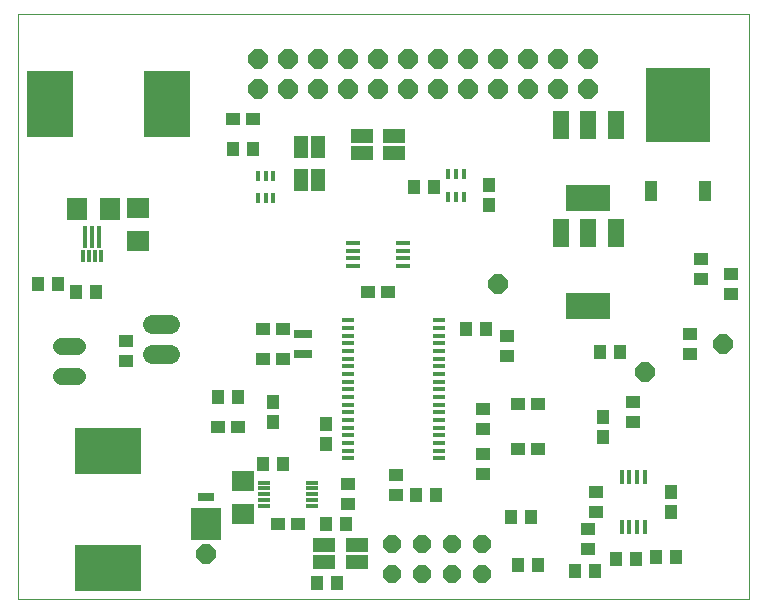
<source format=gts>
G75*
%MOIN*%
%OFA0B0*%
%FSLAX24Y24*%
%IPPOS*%
%LPD*%
%AMOC8*
5,1,8,0,0,1.08239X$1,22.5*
%
%ADD10C,0.0000*%
%ADD11R,0.0473X0.0434*%
%ADD12R,0.0434X0.0473*%
%ADD13R,0.0512X0.0158*%
%ADD14R,0.2166X0.2481*%
%ADD15R,0.0434X0.0670*%
%ADD16C,0.0580*%
%ADD17C,0.0640*%
%ADD18R,0.0591X0.0316*%
%ADD19R,0.0749X0.0670*%
%ADD20R,0.0670X0.0749*%
%ADD21R,0.0433X0.0157*%
%ADD22R,0.0170X0.0740*%
%ADD23R,0.0170X0.0440*%
%ADD24R,0.0177X0.0354*%
%ADD25R,0.1556X0.2205*%
%ADD26R,0.2205X0.1556*%
%ADD27R,0.1040X0.1090*%
%ADD28R,0.0540X0.0290*%
%ADD29OC8,0.0640*%
%ADD30R,0.0520X0.0920*%
%ADD31R,0.1457X0.0906*%
%ADD32R,0.0434X0.0178*%
%ADD33R,0.0158X0.0512*%
%ADD34R,0.0473X0.0720*%
%ADD35R,0.0720X0.0473*%
%ADD36OC8,0.0580*%
D10*
X000630Y000630D02*
X000630Y020126D01*
X025000Y020126D01*
X025000Y000630D01*
X000630Y000630D01*
D11*
X007295Y006380D03*
X007965Y006380D03*
X008795Y008630D03*
X009465Y008630D03*
X009465Y009630D03*
X008795Y009630D03*
X012295Y010880D03*
X012965Y010880D03*
X016930Y009415D03*
X016930Y008745D03*
X017295Y007130D03*
X017965Y007130D03*
X016130Y006965D03*
X016130Y006295D03*
X016130Y005465D03*
X016130Y004795D03*
X017295Y005630D03*
X017965Y005630D03*
X019880Y004215D03*
X019880Y003545D03*
X019630Y002965D03*
X019630Y002295D03*
X021130Y006545D03*
X021130Y007215D03*
X023030Y008795D03*
X023030Y009465D03*
X024380Y010795D03*
X024380Y011465D03*
X023380Y011295D03*
X023380Y011965D03*
X013210Y004765D03*
X013210Y004095D03*
X011630Y003795D03*
X011630Y004465D03*
X009965Y003130D03*
X009295Y003130D03*
X004230Y008575D03*
X004230Y009245D03*
X007795Y016630D03*
X008465Y016630D03*
D12*
X008465Y015630D03*
X007795Y015630D03*
X013815Y014370D03*
X014485Y014370D03*
X016310Y014445D03*
X016310Y013775D03*
X016215Y009630D03*
X015545Y009630D03*
X020005Y008880D03*
X020675Y008880D03*
X020130Y006715D03*
X020130Y006045D03*
X022380Y004215D03*
X022380Y003545D03*
X022565Y002030D03*
X021895Y002030D03*
X021215Y001980D03*
X020545Y001980D03*
X019865Y001580D03*
X019195Y001580D03*
X017965Y001780D03*
X017295Y001780D03*
X017045Y003380D03*
X017715Y003380D03*
X014565Y004120D03*
X013895Y004120D03*
X011565Y003130D03*
X010895Y003130D03*
X010575Y001160D03*
X011245Y001160D03*
X009465Y005130D03*
X008795Y005130D03*
X009130Y006545D03*
X009130Y007215D03*
X007965Y007380D03*
X007295Y007380D03*
X010880Y006465D03*
X010880Y005795D03*
X003215Y010880D03*
X002545Y010880D03*
X001965Y011130D03*
X001295Y011130D03*
D13*
X011798Y011747D03*
X011798Y012002D03*
X011798Y012258D03*
X011798Y012514D03*
X013461Y012514D03*
X013461Y012258D03*
X013461Y012002D03*
X013461Y011747D03*
D14*
X022630Y017114D03*
D15*
X021732Y014240D03*
X023528Y014240D03*
D16*
X002600Y009090D02*
X002060Y009090D01*
X002060Y008090D02*
X002600Y008090D01*
D17*
X005090Y008800D02*
X005690Y008800D01*
X005690Y009800D02*
X005090Y009800D01*
D18*
X010130Y009465D03*
X010130Y008795D03*
D19*
X008130Y004581D03*
X008130Y003479D03*
X004630Y012579D03*
X004630Y013681D03*
D20*
X003681Y013630D03*
X002579Y013630D03*
D21*
X008823Y004524D03*
X008823Y004327D03*
X008823Y004130D03*
X008823Y003933D03*
X008823Y003736D03*
X010437Y003736D03*
X010437Y003933D03*
X010437Y004130D03*
X010437Y004327D03*
X010437Y004524D03*
D22*
X003321Y012720D03*
X003085Y012720D03*
X002849Y012720D03*
D23*
X002789Y012080D03*
X002986Y012080D03*
X003183Y012080D03*
X003380Y012080D03*
D24*
X008624Y014006D03*
X008880Y014006D03*
X009136Y014006D03*
X009136Y014754D03*
X008880Y014754D03*
X008624Y014754D03*
X014964Y014804D03*
X015220Y014804D03*
X015476Y014804D03*
X015476Y014056D03*
X015220Y014056D03*
X014964Y014056D03*
D25*
X005589Y017130D03*
X001671Y017130D03*
D26*
X003630Y005589D03*
X003630Y001671D03*
D27*
X006880Y003126D03*
D28*
X006880Y004055D03*
D29*
X006890Y002130D03*
X016630Y011130D03*
X021520Y008200D03*
X024130Y009130D03*
X019630Y017630D03*
X019630Y018630D03*
X018630Y018630D03*
X018630Y017630D03*
X017630Y017630D03*
X017630Y018630D03*
X016630Y018630D03*
X016630Y017630D03*
X015630Y017630D03*
X015630Y018630D03*
X014630Y018630D03*
X014630Y017630D03*
X013630Y017630D03*
X012630Y017630D03*
X012630Y018630D03*
X013630Y018630D03*
X011630Y018630D03*
X011630Y017630D03*
X010630Y017630D03*
X010630Y018630D03*
X009630Y018630D03*
X009630Y017630D03*
X008630Y017630D03*
X008630Y018630D03*
D30*
X018720Y016450D03*
X019630Y016450D03*
X020540Y016450D03*
X020540Y012850D03*
X019630Y012850D03*
X018720Y012850D03*
D31*
X019630Y014010D03*
X019630Y010410D03*
D32*
X014646Y009933D03*
X014646Y009677D03*
X014646Y009421D03*
X014646Y009165D03*
X014646Y008910D03*
X014646Y008654D03*
X014646Y008398D03*
X014646Y008142D03*
X014646Y007886D03*
X014646Y007630D03*
X014646Y007374D03*
X014646Y007118D03*
X014646Y006862D03*
X014646Y006606D03*
X014646Y006350D03*
X014646Y006095D03*
X014646Y005839D03*
X014646Y005583D03*
X014646Y005327D03*
X011614Y005327D03*
X011614Y005583D03*
X011614Y005839D03*
X011614Y006095D03*
X011614Y006350D03*
X011614Y006606D03*
X011614Y006862D03*
X011614Y007118D03*
X011614Y007374D03*
X011614Y007630D03*
X011614Y007886D03*
X011614Y008142D03*
X011614Y008398D03*
X011614Y008654D03*
X011614Y008910D03*
X011614Y009165D03*
X011614Y009421D03*
X011614Y009677D03*
X011614Y009933D03*
D33*
X020746Y004711D03*
X021002Y004711D03*
X021258Y004711D03*
X021513Y004711D03*
X021513Y003048D03*
X021258Y003048D03*
X021002Y003048D03*
X020746Y003048D03*
D34*
X010610Y014620D03*
X010059Y014620D03*
X010059Y015703D03*
X010610Y015703D03*
D35*
X012087Y015519D03*
X012087Y016070D03*
X013170Y016070D03*
X013170Y015519D03*
X011910Y002430D03*
X011910Y001879D03*
X010827Y001879D03*
X010827Y002430D03*
D36*
X013080Y002490D03*
X014080Y002490D03*
X015080Y002490D03*
X016080Y002490D03*
X016080Y001490D03*
X015080Y001490D03*
X014080Y001490D03*
X013080Y001490D03*
M02*

</source>
